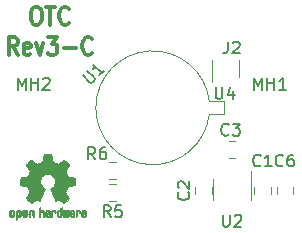
<source format=gbr>
G04 #@! TF.GenerationSoftware,KiCad,Pcbnew,(5.0.0)*
G04 #@! TF.CreationDate,2019-03-02T00:40:37+01:00*
G04 #@! TF.ProjectId,OpenThermalCamera,4F70656E546865726D616C43616D6572,rev?*
G04 #@! TF.SameCoordinates,Original*
G04 #@! TF.FileFunction,Legend,Top*
G04 #@! TF.FilePolarity,Positive*
%FSLAX46Y46*%
G04 Gerber Fmt 4.6, Leading zero omitted, Abs format (unit mm)*
G04 Created by KiCad (PCBNEW (5.0.0)) date 03/02/19 00:40:37*
%MOMM*%
%LPD*%
G01*
G04 APERTURE LIST*
%ADD10C,0.300000*%
%ADD11C,0.120000*%
%ADD12C,0.010000*%
%ADD13C,0.150000*%
G04 APERTURE END LIST*
D10*
X30130952Y-28153571D02*
X30378571Y-28153571D01*
X30502380Y-28225000D01*
X30626190Y-28367857D01*
X30688095Y-28653571D01*
X30688095Y-29153571D01*
X30626190Y-29439285D01*
X30502380Y-29582142D01*
X30378571Y-29653571D01*
X30130952Y-29653571D01*
X30007142Y-29582142D01*
X29883333Y-29439285D01*
X29821428Y-29153571D01*
X29821428Y-28653571D01*
X29883333Y-28367857D01*
X30007142Y-28225000D01*
X30130952Y-28153571D01*
X31059523Y-28153571D02*
X31802380Y-28153571D01*
X31430952Y-29653571D02*
X31430952Y-28153571D01*
X32978571Y-29510714D02*
X32916666Y-29582142D01*
X32730952Y-29653571D01*
X32607142Y-29653571D01*
X32421428Y-29582142D01*
X32297619Y-29439285D01*
X32235714Y-29296428D01*
X32173809Y-29010714D01*
X32173809Y-28796428D01*
X32235714Y-28510714D01*
X32297619Y-28367857D01*
X32421428Y-28225000D01*
X32607142Y-28153571D01*
X32730952Y-28153571D01*
X32916666Y-28225000D01*
X32978571Y-28296428D01*
X28676190Y-32203571D02*
X28242857Y-31489285D01*
X27933333Y-32203571D02*
X27933333Y-30703571D01*
X28428571Y-30703571D01*
X28552380Y-30775000D01*
X28614285Y-30846428D01*
X28676190Y-30989285D01*
X28676190Y-31203571D01*
X28614285Y-31346428D01*
X28552380Y-31417857D01*
X28428571Y-31489285D01*
X27933333Y-31489285D01*
X29728571Y-32132142D02*
X29604761Y-32203571D01*
X29357142Y-32203571D01*
X29233333Y-32132142D01*
X29171428Y-31989285D01*
X29171428Y-31417857D01*
X29233333Y-31275000D01*
X29357142Y-31203571D01*
X29604761Y-31203571D01*
X29728571Y-31275000D01*
X29790476Y-31417857D01*
X29790476Y-31560714D01*
X29171428Y-31703571D01*
X30223809Y-31203571D02*
X30533333Y-32203571D01*
X30842857Y-31203571D01*
X31214285Y-30703571D02*
X32019047Y-30703571D01*
X31585714Y-31275000D01*
X31771428Y-31275000D01*
X31895238Y-31346428D01*
X31957142Y-31417857D01*
X32019047Y-31560714D01*
X32019047Y-31917857D01*
X31957142Y-32060714D01*
X31895238Y-32132142D01*
X31771428Y-32203571D01*
X31400000Y-32203571D01*
X31276190Y-32132142D01*
X31214285Y-32060714D01*
X32576190Y-31632142D02*
X33566666Y-31632142D01*
X34928571Y-32060714D02*
X34866666Y-32132142D01*
X34680952Y-32203571D01*
X34557142Y-32203571D01*
X34371428Y-32132142D01*
X34247619Y-31989285D01*
X34185714Y-31846428D01*
X34123809Y-31560714D01*
X34123809Y-31346428D01*
X34185714Y-31060714D01*
X34247619Y-30917857D01*
X34371428Y-30775000D01*
X34557142Y-30703571D01*
X34680952Y-30703571D01*
X34866666Y-30775000D01*
X34928571Y-30846428D01*
D11*
G04 #@! TO.C,U1*
X44892508Y-36146415D02*
G75*
G03X44892466Y-37246052I-4788559J-549636D01*
G01*
X46152466Y-36146052D02*
X44892466Y-36146051D01*
X46152466Y-37246051D02*
X46152466Y-36146052D01*
X44892466Y-37246052D02*
X46152466Y-37246051D01*
G04 #@! TO.C,C6*
X52010000Y-43961252D02*
X52010000Y-43438748D01*
X50590000Y-43961252D02*
X50590000Y-43438748D01*
G04 #@! TO.C,C3*
X47061252Y-39490000D02*
X46538748Y-39490000D01*
X47061252Y-40910000D02*
X46538748Y-40910000D01*
G04 #@! TO.C,C2*
X45110000Y-43961252D02*
X45110000Y-43438748D01*
X43690000Y-43961252D02*
X43690000Y-43438748D01*
G04 #@! TO.C,C1*
X48690000Y-43961252D02*
X48690000Y-43438748D01*
X50110000Y-43961252D02*
X50110000Y-43438748D01*
G04 #@! TO.C,U2*
X45190000Y-42700000D02*
X45190000Y-44500000D01*
X48410000Y-44500000D02*
X48410000Y-42050000D01*
G04 #@! TO.C,U4*
X45090000Y-32650000D02*
X45090000Y-34550000D01*
X47410000Y-34050000D02*
X47410000Y-32650000D01*
G04 #@! TO.C,R5*
X36438748Y-44610000D02*
X36961252Y-44610000D01*
X36438748Y-43190000D02*
X36961252Y-43190000D01*
G04 #@! TO.C,R6*
X36961252Y-42710000D02*
X36438748Y-42710000D01*
X36961252Y-41290000D02*
X36438748Y-41290000D01*
D12*
G04 #@! TO.C,G1*
G36*
X28799744Y-45319918D02*
X28855201Y-45347568D01*
X28904148Y-45398480D01*
X28917629Y-45417338D01*
X28932314Y-45442015D01*
X28941842Y-45468816D01*
X28947293Y-45504587D01*
X28949747Y-45556169D01*
X28950286Y-45624267D01*
X28947852Y-45717588D01*
X28939394Y-45787657D01*
X28923174Y-45839931D01*
X28897454Y-45879869D01*
X28860497Y-45912929D01*
X28857782Y-45914886D01*
X28821360Y-45934908D01*
X28777502Y-45944815D01*
X28721724Y-45947257D01*
X28631048Y-45947257D01*
X28631010Y-46035283D01*
X28630166Y-46084308D01*
X28625024Y-46113065D01*
X28611587Y-46130311D01*
X28585858Y-46144808D01*
X28579679Y-46147769D01*
X28550764Y-46161648D01*
X28528376Y-46170414D01*
X28511729Y-46171171D01*
X28500036Y-46161023D01*
X28492510Y-46137073D01*
X28488366Y-46096426D01*
X28486815Y-46036186D01*
X28487071Y-45953455D01*
X28488349Y-45845339D01*
X28488748Y-45813000D01*
X28490185Y-45701524D01*
X28491472Y-45628603D01*
X28630971Y-45628603D01*
X28631755Y-45690499D01*
X28635240Y-45730997D01*
X28643124Y-45757708D01*
X28657105Y-45778244D01*
X28666597Y-45788260D01*
X28705404Y-45817567D01*
X28739763Y-45819952D01*
X28775216Y-45795750D01*
X28776114Y-45794857D01*
X28790539Y-45776153D01*
X28799313Y-45750732D01*
X28803739Y-45711584D01*
X28805118Y-45651697D01*
X28805143Y-45638430D01*
X28801812Y-45555901D01*
X28790969Y-45498691D01*
X28771340Y-45463766D01*
X28741650Y-45448094D01*
X28724491Y-45446514D01*
X28683766Y-45453926D01*
X28655832Y-45478330D01*
X28639017Y-45522980D01*
X28631650Y-45591130D01*
X28630971Y-45628603D01*
X28491472Y-45628603D01*
X28491708Y-45615245D01*
X28493677Y-45550333D01*
X28496450Y-45502958D01*
X28500388Y-45469290D01*
X28505849Y-45445498D01*
X28513192Y-45427753D01*
X28522777Y-45412224D01*
X28526887Y-45406381D01*
X28581405Y-45351185D01*
X28650336Y-45319890D01*
X28730072Y-45311165D01*
X28799744Y-45319918D01*
X28799744Y-45319918D01*
G37*
X28799744Y-45319918D02*
X28855201Y-45347568D01*
X28904148Y-45398480D01*
X28917629Y-45417338D01*
X28932314Y-45442015D01*
X28941842Y-45468816D01*
X28947293Y-45504587D01*
X28949747Y-45556169D01*
X28950286Y-45624267D01*
X28947852Y-45717588D01*
X28939394Y-45787657D01*
X28923174Y-45839931D01*
X28897454Y-45879869D01*
X28860497Y-45912929D01*
X28857782Y-45914886D01*
X28821360Y-45934908D01*
X28777502Y-45944815D01*
X28721724Y-45947257D01*
X28631048Y-45947257D01*
X28631010Y-46035283D01*
X28630166Y-46084308D01*
X28625024Y-46113065D01*
X28611587Y-46130311D01*
X28585858Y-46144808D01*
X28579679Y-46147769D01*
X28550764Y-46161648D01*
X28528376Y-46170414D01*
X28511729Y-46171171D01*
X28500036Y-46161023D01*
X28492510Y-46137073D01*
X28488366Y-46096426D01*
X28486815Y-46036186D01*
X28487071Y-45953455D01*
X28488349Y-45845339D01*
X28488748Y-45813000D01*
X28490185Y-45701524D01*
X28491472Y-45628603D01*
X28630971Y-45628603D01*
X28631755Y-45690499D01*
X28635240Y-45730997D01*
X28643124Y-45757708D01*
X28657105Y-45778244D01*
X28666597Y-45788260D01*
X28705404Y-45817567D01*
X28739763Y-45819952D01*
X28775216Y-45795750D01*
X28776114Y-45794857D01*
X28790539Y-45776153D01*
X28799313Y-45750732D01*
X28803739Y-45711584D01*
X28805118Y-45651697D01*
X28805143Y-45638430D01*
X28801812Y-45555901D01*
X28790969Y-45498691D01*
X28771340Y-45463766D01*
X28741650Y-45448094D01*
X28724491Y-45446514D01*
X28683766Y-45453926D01*
X28655832Y-45478330D01*
X28639017Y-45522980D01*
X28631650Y-45591130D01*
X28630971Y-45628603D01*
X28491472Y-45628603D01*
X28491708Y-45615245D01*
X28493677Y-45550333D01*
X28496450Y-45502958D01*
X28500388Y-45469290D01*
X28505849Y-45445498D01*
X28513192Y-45427753D01*
X28522777Y-45412224D01*
X28526887Y-45406381D01*
X28581405Y-45351185D01*
X28650336Y-45319890D01*
X28730072Y-45311165D01*
X28799744Y-45319918D01*
G36*
X29916093Y-45327780D02*
X29962672Y-45354723D01*
X29995057Y-45381466D01*
X30018742Y-45409484D01*
X30035059Y-45443748D01*
X30045339Y-45489227D01*
X30050914Y-45550892D01*
X30053116Y-45633711D01*
X30053371Y-45693246D01*
X30053371Y-45912391D01*
X29991686Y-45940044D01*
X29930000Y-45967697D01*
X29922743Y-45727670D01*
X29919744Y-45638028D01*
X29916598Y-45572962D01*
X29912701Y-45528026D01*
X29907447Y-45498770D01*
X29900231Y-45480748D01*
X29890450Y-45469511D01*
X29887312Y-45467079D01*
X29839761Y-45448083D01*
X29791697Y-45455600D01*
X29763086Y-45475543D01*
X29751447Y-45489675D01*
X29743391Y-45508220D01*
X29738271Y-45536334D01*
X29735441Y-45579173D01*
X29734256Y-45641895D01*
X29734057Y-45707261D01*
X29734018Y-45789268D01*
X29732614Y-45847316D01*
X29727914Y-45886465D01*
X29717987Y-45911780D01*
X29700903Y-45928323D01*
X29674732Y-45941156D01*
X29639775Y-45954491D01*
X29601596Y-45969007D01*
X29606141Y-45711389D01*
X29607971Y-45618519D01*
X29610112Y-45549889D01*
X29613181Y-45500711D01*
X29617794Y-45466198D01*
X29624568Y-45441562D01*
X29634119Y-45422016D01*
X29645634Y-45404770D01*
X29701190Y-45349680D01*
X29768980Y-45317822D01*
X29842713Y-45310191D01*
X29916093Y-45327780D01*
X29916093Y-45327780D01*
G37*
X29916093Y-45327780D02*
X29962672Y-45354723D01*
X29995057Y-45381466D01*
X30018742Y-45409484D01*
X30035059Y-45443748D01*
X30045339Y-45489227D01*
X30050914Y-45550892D01*
X30053116Y-45633711D01*
X30053371Y-45693246D01*
X30053371Y-45912391D01*
X29991686Y-45940044D01*
X29930000Y-45967697D01*
X29922743Y-45727670D01*
X29919744Y-45638028D01*
X29916598Y-45572962D01*
X29912701Y-45528026D01*
X29907447Y-45498770D01*
X29900231Y-45480748D01*
X29890450Y-45469511D01*
X29887312Y-45467079D01*
X29839761Y-45448083D01*
X29791697Y-45455600D01*
X29763086Y-45475543D01*
X29751447Y-45489675D01*
X29743391Y-45508220D01*
X29738271Y-45536334D01*
X29735441Y-45579173D01*
X29734256Y-45641895D01*
X29734057Y-45707261D01*
X29734018Y-45789268D01*
X29732614Y-45847316D01*
X29727914Y-45886465D01*
X29717987Y-45911780D01*
X29700903Y-45928323D01*
X29674732Y-45941156D01*
X29639775Y-45954491D01*
X29601596Y-45969007D01*
X29606141Y-45711389D01*
X29607971Y-45618519D01*
X29610112Y-45549889D01*
X29613181Y-45500711D01*
X29617794Y-45466198D01*
X29624568Y-45441562D01*
X29634119Y-45422016D01*
X29645634Y-45404770D01*
X29701190Y-45349680D01*
X29768980Y-45317822D01*
X29842713Y-45310191D01*
X29916093Y-45327780D01*
G36*
X28241115Y-45321962D02*
X28309145Y-45357733D01*
X28359351Y-45415301D01*
X28377185Y-45452312D01*
X28391063Y-45507882D01*
X28398167Y-45578096D01*
X28398840Y-45654727D01*
X28393427Y-45729552D01*
X28382270Y-45794342D01*
X28365714Y-45840873D01*
X28360626Y-45848887D01*
X28300355Y-45908707D01*
X28228769Y-45944535D01*
X28151092Y-45955020D01*
X28072548Y-45938810D01*
X28050689Y-45929092D01*
X28008122Y-45899143D01*
X27970763Y-45859433D01*
X27967232Y-45854397D01*
X27952881Y-45830124D01*
X27943394Y-45804178D01*
X27937790Y-45770022D01*
X27935086Y-45721119D01*
X27934299Y-45650935D01*
X27934286Y-45635200D01*
X27934322Y-45630192D01*
X28079429Y-45630192D01*
X28080273Y-45696430D01*
X28083596Y-45740386D01*
X28090583Y-45768779D01*
X28102416Y-45788325D01*
X28108457Y-45794857D01*
X28143186Y-45819680D01*
X28176903Y-45818548D01*
X28210995Y-45797016D01*
X28231329Y-45774029D01*
X28243371Y-45740478D01*
X28250134Y-45687569D01*
X28250598Y-45681399D01*
X28251752Y-45585513D01*
X28239688Y-45514299D01*
X28214570Y-45468194D01*
X28176560Y-45447635D01*
X28162992Y-45446514D01*
X28127364Y-45452152D01*
X28102994Y-45471686D01*
X28088093Y-45509042D01*
X28080875Y-45568150D01*
X28079429Y-45630192D01*
X27934322Y-45630192D01*
X27934826Y-45560413D01*
X27937096Y-45508159D01*
X27942068Y-45471949D01*
X27950713Y-45445299D01*
X27964005Y-45421722D01*
X27966943Y-45417338D01*
X28016313Y-45358249D01*
X28070109Y-45323947D01*
X28135602Y-45310331D01*
X28157842Y-45309665D01*
X28241115Y-45321962D01*
X28241115Y-45321962D01*
G37*
X28241115Y-45321962D02*
X28309145Y-45357733D01*
X28359351Y-45415301D01*
X28377185Y-45452312D01*
X28391063Y-45507882D01*
X28398167Y-45578096D01*
X28398840Y-45654727D01*
X28393427Y-45729552D01*
X28382270Y-45794342D01*
X28365714Y-45840873D01*
X28360626Y-45848887D01*
X28300355Y-45908707D01*
X28228769Y-45944535D01*
X28151092Y-45955020D01*
X28072548Y-45938810D01*
X28050689Y-45929092D01*
X28008122Y-45899143D01*
X27970763Y-45859433D01*
X27967232Y-45854397D01*
X27952881Y-45830124D01*
X27943394Y-45804178D01*
X27937790Y-45770022D01*
X27935086Y-45721119D01*
X27934299Y-45650935D01*
X27934286Y-45635200D01*
X27934322Y-45630192D01*
X28079429Y-45630192D01*
X28080273Y-45696430D01*
X28083596Y-45740386D01*
X28090583Y-45768779D01*
X28102416Y-45788325D01*
X28108457Y-45794857D01*
X28143186Y-45819680D01*
X28176903Y-45818548D01*
X28210995Y-45797016D01*
X28231329Y-45774029D01*
X28243371Y-45740478D01*
X28250134Y-45687569D01*
X28250598Y-45681399D01*
X28251752Y-45585513D01*
X28239688Y-45514299D01*
X28214570Y-45468194D01*
X28176560Y-45447635D01*
X28162992Y-45446514D01*
X28127364Y-45452152D01*
X28102994Y-45471686D01*
X28088093Y-45509042D01*
X28080875Y-45568150D01*
X28079429Y-45630192D01*
X27934322Y-45630192D01*
X27934826Y-45560413D01*
X27937096Y-45508159D01*
X27942068Y-45471949D01*
X27950713Y-45445299D01*
X27964005Y-45421722D01*
X27966943Y-45417338D01*
X28016313Y-45358249D01*
X28070109Y-45323947D01*
X28135602Y-45310331D01*
X28157842Y-45309665D01*
X28241115Y-45321962D01*
G36*
X29368303Y-45331239D02*
X29425527Y-45369735D01*
X29469749Y-45425335D01*
X29496167Y-45496086D01*
X29501510Y-45548162D01*
X29500903Y-45569893D01*
X29495822Y-45586531D01*
X29481855Y-45601437D01*
X29454589Y-45617973D01*
X29409612Y-45639498D01*
X29342511Y-45669374D01*
X29342171Y-45669524D01*
X29280407Y-45697813D01*
X29229759Y-45722933D01*
X29195404Y-45742179D01*
X29182518Y-45752848D01*
X29182514Y-45752934D01*
X29193872Y-45776166D01*
X29220431Y-45801774D01*
X29250923Y-45820221D01*
X29266370Y-45823886D01*
X29308515Y-45811212D01*
X29344808Y-45779471D01*
X29362517Y-45744572D01*
X29379552Y-45718845D01*
X29412922Y-45689546D01*
X29452149Y-45664235D01*
X29486756Y-45650471D01*
X29493993Y-45649714D01*
X29502139Y-45662160D01*
X29502630Y-45693972D01*
X29496643Y-45736866D01*
X29485357Y-45782558D01*
X29469950Y-45822761D01*
X29469171Y-45824322D01*
X29422804Y-45889062D01*
X29362711Y-45933097D01*
X29294465Y-45954711D01*
X29223638Y-45952185D01*
X29155804Y-45923804D01*
X29152788Y-45921808D01*
X29099427Y-45873448D01*
X29064340Y-45810352D01*
X29044922Y-45727387D01*
X29042316Y-45704078D01*
X29037701Y-45594055D01*
X29043233Y-45542748D01*
X29182514Y-45542748D01*
X29184324Y-45574753D01*
X29194222Y-45584093D01*
X29218898Y-45577105D01*
X29257795Y-45560587D01*
X29301275Y-45539881D01*
X29302356Y-45539333D01*
X29339209Y-45519949D01*
X29354000Y-45507013D01*
X29350353Y-45493451D01*
X29334995Y-45475632D01*
X29295923Y-45449845D01*
X29253846Y-45447950D01*
X29216103Y-45466717D01*
X29190034Y-45502915D01*
X29182514Y-45542748D01*
X29043233Y-45542748D01*
X29047194Y-45506027D01*
X29071550Y-45436212D01*
X29105456Y-45387302D01*
X29166653Y-45337878D01*
X29234063Y-45313359D01*
X29302880Y-45311797D01*
X29368303Y-45331239D01*
X29368303Y-45331239D01*
G37*
X29368303Y-45331239D02*
X29425527Y-45369735D01*
X29469749Y-45425335D01*
X29496167Y-45496086D01*
X29501510Y-45548162D01*
X29500903Y-45569893D01*
X29495822Y-45586531D01*
X29481855Y-45601437D01*
X29454589Y-45617973D01*
X29409612Y-45639498D01*
X29342511Y-45669374D01*
X29342171Y-45669524D01*
X29280407Y-45697813D01*
X29229759Y-45722933D01*
X29195404Y-45742179D01*
X29182518Y-45752848D01*
X29182514Y-45752934D01*
X29193872Y-45776166D01*
X29220431Y-45801774D01*
X29250923Y-45820221D01*
X29266370Y-45823886D01*
X29308515Y-45811212D01*
X29344808Y-45779471D01*
X29362517Y-45744572D01*
X29379552Y-45718845D01*
X29412922Y-45689546D01*
X29452149Y-45664235D01*
X29486756Y-45650471D01*
X29493993Y-45649714D01*
X29502139Y-45662160D01*
X29502630Y-45693972D01*
X29496643Y-45736866D01*
X29485357Y-45782558D01*
X29469950Y-45822761D01*
X29469171Y-45824322D01*
X29422804Y-45889062D01*
X29362711Y-45933097D01*
X29294465Y-45954711D01*
X29223638Y-45952185D01*
X29155804Y-45923804D01*
X29152788Y-45921808D01*
X29099427Y-45873448D01*
X29064340Y-45810352D01*
X29044922Y-45727387D01*
X29042316Y-45704078D01*
X29037701Y-45594055D01*
X29043233Y-45542748D01*
X29182514Y-45542748D01*
X29184324Y-45574753D01*
X29194222Y-45584093D01*
X29218898Y-45577105D01*
X29257795Y-45560587D01*
X29301275Y-45539881D01*
X29302356Y-45539333D01*
X29339209Y-45519949D01*
X29354000Y-45507013D01*
X29350353Y-45493451D01*
X29334995Y-45475632D01*
X29295923Y-45449845D01*
X29253846Y-45447950D01*
X29216103Y-45466717D01*
X29190034Y-45502915D01*
X29182514Y-45542748D01*
X29043233Y-45542748D01*
X29047194Y-45506027D01*
X29071550Y-45436212D01*
X29105456Y-45387302D01*
X29166653Y-45337878D01*
X29234063Y-45313359D01*
X29302880Y-45311797D01*
X29368303Y-45331239D01*
G36*
X30575886Y-45251289D02*
X30580139Y-45310613D01*
X30585025Y-45345572D01*
X30591795Y-45360820D01*
X30601702Y-45361015D01*
X30604914Y-45359195D01*
X30647644Y-45346015D01*
X30703227Y-45346785D01*
X30759737Y-45360333D01*
X30795082Y-45377861D01*
X30831321Y-45405861D01*
X30857813Y-45437549D01*
X30875999Y-45477813D01*
X30887322Y-45531543D01*
X30893222Y-45603626D01*
X30895143Y-45698951D01*
X30895177Y-45717237D01*
X30895200Y-45922646D01*
X30849491Y-45938580D01*
X30817027Y-45949420D01*
X30799215Y-45954468D01*
X30798691Y-45954514D01*
X30796937Y-45940828D01*
X30795444Y-45903076D01*
X30794326Y-45846224D01*
X30793697Y-45775234D01*
X30793600Y-45732073D01*
X30793398Y-45646973D01*
X30792358Y-45585981D01*
X30789831Y-45544177D01*
X30785164Y-45516642D01*
X30777707Y-45498456D01*
X30766811Y-45484698D01*
X30760007Y-45478073D01*
X30713272Y-45451375D01*
X30662272Y-45449375D01*
X30616001Y-45471955D01*
X30607444Y-45480107D01*
X30594893Y-45495436D01*
X30586188Y-45513618D01*
X30580631Y-45539909D01*
X30577526Y-45579562D01*
X30576176Y-45637832D01*
X30575886Y-45718173D01*
X30575886Y-45922646D01*
X30530177Y-45938580D01*
X30497713Y-45949420D01*
X30479901Y-45954468D01*
X30479377Y-45954514D01*
X30478037Y-45940623D01*
X30476828Y-45901439D01*
X30475801Y-45840700D01*
X30475002Y-45762141D01*
X30474481Y-45669498D01*
X30474286Y-45566509D01*
X30474286Y-45169342D01*
X30521457Y-45149444D01*
X30568629Y-45129547D01*
X30575886Y-45251289D01*
X30575886Y-45251289D01*
G37*
X30575886Y-45251289D02*
X30580139Y-45310613D01*
X30585025Y-45345572D01*
X30591795Y-45360820D01*
X30601702Y-45361015D01*
X30604914Y-45359195D01*
X30647644Y-45346015D01*
X30703227Y-45346785D01*
X30759737Y-45360333D01*
X30795082Y-45377861D01*
X30831321Y-45405861D01*
X30857813Y-45437549D01*
X30875999Y-45477813D01*
X30887322Y-45531543D01*
X30893222Y-45603626D01*
X30895143Y-45698951D01*
X30895177Y-45717237D01*
X30895200Y-45922646D01*
X30849491Y-45938580D01*
X30817027Y-45949420D01*
X30799215Y-45954468D01*
X30798691Y-45954514D01*
X30796937Y-45940828D01*
X30795444Y-45903076D01*
X30794326Y-45846224D01*
X30793697Y-45775234D01*
X30793600Y-45732073D01*
X30793398Y-45646973D01*
X30792358Y-45585981D01*
X30789831Y-45544177D01*
X30785164Y-45516642D01*
X30777707Y-45498456D01*
X30766811Y-45484698D01*
X30760007Y-45478073D01*
X30713272Y-45451375D01*
X30662272Y-45449375D01*
X30616001Y-45471955D01*
X30607444Y-45480107D01*
X30594893Y-45495436D01*
X30586188Y-45513618D01*
X30580631Y-45539909D01*
X30577526Y-45579562D01*
X30576176Y-45637832D01*
X30575886Y-45718173D01*
X30575886Y-45922646D01*
X30530177Y-45938580D01*
X30497713Y-45949420D01*
X30479901Y-45954468D01*
X30479377Y-45954514D01*
X30478037Y-45940623D01*
X30476828Y-45901439D01*
X30475801Y-45840700D01*
X30475002Y-45762141D01*
X30474481Y-45669498D01*
X30474286Y-45566509D01*
X30474286Y-45169342D01*
X30521457Y-45149444D01*
X30568629Y-45129547D01*
X30575886Y-45251289D01*
G36*
X31239744Y-45350968D02*
X31296616Y-45372087D01*
X31297267Y-45372493D01*
X31332440Y-45398380D01*
X31358407Y-45428633D01*
X31376670Y-45468058D01*
X31388732Y-45521462D01*
X31396096Y-45593651D01*
X31400264Y-45689432D01*
X31400629Y-45703078D01*
X31405876Y-45908842D01*
X31361716Y-45931678D01*
X31329763Y-45947110D01*
X31310470Y-45954423D01*
X31309578Y-45954514D01*
X31306239Y-45941022D01*
X31303587Y-45904626D01*
X31301956Y-45851452D01*
X31301600Y-45808393D01*
X31301592Y-45738641D01*
X31298403Y-45694837D01*
X31287288Y-45673944D01*
X31263501Y-45672925D01*
X31222296Y-45688741D01*
X31160086Y-45717815D01*
X31114341Y-45741963D01*
X31090813Y-45762913D01*
X31083896Y-45785747D01*
X31083886Y-45786877D01*
X31095299Y-45826212D01*
X31129092Y-45847462D01*
X31180809Y-45850539D01*
X31218061Y-45850006D01*
X31237703Y-45860735D01*
X31249952Y-45886505D01*
X31257002Y-45919337D01*
X31246842Y-45937966D01*
X31243017Y-45940632D01*
X31207001Y-45951340D01*
X31156566Y-45952856D01*
X31104626Y-45945759D01*
X31067822Y-45932788D01*
X31016938Y-45889585D01*
X30988014Y-45829446D01*
X30982286Y-45782462D01*
X30986657Y-45740082D01*
X31002475Y-45705488D01*
X31033797Y-45674763D01*
X31084678Y-45643990D01*
X31159176Y-45609252D01*
X31163714Y-45607288D01*
X31230821Y-45576287D01*
X31272232Y-45550862D01*
X31289981Y-45528014D01*
X31286107Y-45504745D01*
X31262643Y-45478056D01*
X31255627Y-45471914D01*
X31208630Y-45448100D01*
X31159933Y-45449103D01*
X31117522Y-45472451D01*
X31089384Y-45515675D01*
X31086769Y-45524160D01*
X31061308Y-45565308D01*
X31029001Y-45585128D01*
X30982286Y-45604770D01*
X30982286Y-45553950D01*
X30996496Y-45480082D01*
X31038675Y-45412327D01*
X31060624Y-45389661D01*
X31110517Y-45360569D01*
X31173967Y-45347400D01*
X31239744Y-45350968D01*
X31239744Y-45350968D01*
G37*
X31239744Y-45350968D02*
X31296616Y-45372087D01*
X31297267Y-45372493D01*
X31332440Y-45398380D01*
X31358407Y-45428633D01*
X31376670Y-45468058D01*
X31388732Y-45521462D01*
X31396096Y-45593651D01*
X31400264Y-45689432D01*
X31400629Y-45703078D01*
X31405876Y-45908842D01*
X31361716Y-45931678D01*
X31329763Y-45947110D01*
X31310470Y-45954423D01*
X31309578Y-45954514D01*
X31306239Y-45941022D01*
X31303587Y-45904626D01*
X31301956Y-45851452D01*
X31301600Y-45808393D01*
X31301592Y-45738641D01*
X31298403Y-45694837D01*
X31287288Y-45673944D01*
X31263501Y-45672925D01*
X31222296Y-45688741D01*
X31160086Y-45717815D01*
X31114341Y-45741963D01*
X31090813Y-45762913D01*
X31083896Y-45785747D01*
X31083886Y-45786877D01*
X31095299Y-45826212D01*
X31129092Y-45847462D01*
X31180809Y-45850539D01*
X31218061Y-45850006D01*
X31237703Y-45860735D01*
X31249952Y-45886505D01*
X31257002Y-45919337D01*
X31246842Y-45937966D01*
X31243017Y-45940632D01*
X31207001Y-45951340D01*
X31156566Y-45952856D01*
X31104626Y-45945759D01*
X31067822Y-45932788D01*
X31016938Y-45889585D01*
X30988014Y-45829446D01*
X30982286Y-45782462D01*
X30986657Y-45740082D01*
X31002475Y-45705488D01*
X31033797Y-45674763D01*
X31084678Y-45643990D01*
X31159176Y-45609252D01*
X31163714Y-45607288D01*
X31230821Y-45576287D01*
X31272232Y-45550862D01*
X31289981Y-45528014D01*
X31286107Y-45504745D01*
X31262643Y-45478056D01*
X31255627Y-45471914D01*
X31208630Y-45448100D01*
X31159933Y-45449103D01*
X31117522Y-45472451D01*
X31089384Y-45515675D01*
X31086769Y-45524160D01*
X31061308Y-45565308D01*
X31029001Y-45585128D01*
X30982286Y-45604770D01*
X30982286Y-45553950D01*
X30996496Y-45480082D01*
X31038675Y-45412327D01*
X31060624Y-45389661D01*
X31110517Y-45360569D01*
X31173967Y-45347400D01*
X31239744Y-45350968D01*
G36*
X31729926Y-45349755D02*
X31795858Y-45374084D01*
X31849273Y-45417117D01*
X31870164Y-45447409D01*
X31892939Y-45502994D01*
X31892466Y-45543186D01*
X31868562Y-45570217D01*
X31859717Y-45574813D01*
X31821530Y-45589144D01*
X31802028Y-45585472D01*
X31795422Y-45561407D01*
X31795086Y-45548114D01*
X31782992Y-45499210D01*
X31751471Y-45464999D01*
X31707659Y-45448476D01*
X31658695Y-45452634D01*
X31618894Y-45474227D01*
X31605450Y-45486544D01*
X31595921Y-45501487D01*
X31589485Y-45524075D01*
X31585317Y-45559328D01*
X31582597Y-45612266D01*
X31580502Y-45687907D01*
X31579960Y-45711857D01*
X31577981Y-45793790D01*
X31575731Y-45851455D01*
X31572357Y-45889608D01*
X31567006Y-45913004D01*
X31558824Y-45926398D01*
X31546959Y-45934545D01*
X31539362Y-45938144D01*
X31507102Y-45950452D01*
X31488111Y-45954514D01*
X31481836Y-45940948D01*
X31478006Y-45899934D01*
X31476600Y-45830999D01*
X31477598Y-45733669D01*
X31477908Y-45718657D01*
X31480101Y-45629859D01*
X31482693Y-45565019D01*
X31486382Y-45519067D01*
X31491864Y-45486935D01*
X31499835Y-45463553D01*
X31510993Y-45443852D01*
X31516830Y-45435410D01*
X31550296Y-45398057D01*
X31587727Y-45369003D01*
X31592309Y-45366467D01*
X31659426Y-45346443D01*
X31729926Y-45349755D01*
X31729926Y-45349755D01*
G37*
X31729926Y-45349755D02*
X31795858Y-45374084D01*
X31849273Y-45417117D01*
X31870164Y-45447409D01*
X31892939Y-45502994D01*
X31892466Y-45543186D01*
X31868562Y-45570217D01*
X31859717Y-45574813D01*
X31821530Y-45589144D01*
X31802028Y-45585472D01*
X31795422Y-45561407D01*
X31795086Y-45548114D01*
X31782992Y-45499210D01*
X31751471Y-45464999D01*
X31707659Y-45448476D01*
X31658695Y-45452634D01*
X31618894Y-45474227D01*
X31605450Y-45486544D01*
X31595921Y-45501487D01*
X31589485Y-45524075D01*
X31585317Y-45559328D01*
X31582597Y-45612266D01*
X31580502Y-45687907D01*
X31579960Y-45711857D01*
X31577981Y-45793790D01*
X31575731Y-45851455D01*
X31572357Y-45889608D01*
X31567006Y-45913004D01*
X31558824Y-45926398D01*
X31546959Y-45934545D01*
X31539362Y-45938144D01*
X31507102Y-45950452D01*
X31488111Y-45954514D01*
X31481836Y-45940948D01*
X31478006Y-45899934D01*
X31476600Y-45830999D01*
X31477598Y-45733669D01*
X31477908Y-45718657D01*
X31480101Y-45629859D01*
X31482693Y-45565019D01*
X31486382Y-45519067D01*
X31491864Y-45486935D01*
X31499835Y-45463553D01*
X31510993Y-45443852D01*
X31516830Y-45435410D01*
X31550296Y-45398057D01*
X31587727Y-45369003D01*
X31592309Y-45366467D01*
X31659426Y-45346443D01*
X31729926Y-45349755D01*
G36*
X32390117Y-45465358D02*
X32389933Y-45573837D01*
X32389219Y-45657287D01*
X32387675Y-45719704D01*
X32385001Y-45765085D01*
X32380894Y-45797429D01*
X32375055Y-45820733D01*
X32367182Y-45838995D01*
X32361221Y-45849418D01*
X32311855Y-45905945D01*
X32249264Y-45941377D01*
X32180013Y-45954090D01*
X32110668Y-45942463D01*
X32069375Y-45921568D01*
X32026025Y-45885422D01*
X31996481Y-45841276D01*
X31978655Y-45783462D01*
X31970463Y-45706313D01*
X31969302Y-45649714D01*
X31969458Y-45645647D01*
X32070857Y-45645647D01*
X32071476Y-45710550D01*
X32074314Y-45753514D01*
X32080840Y-45781622D01*
X32092523Y-45801953D01*
X32106483Y-45817288D01*
X32153365Y-45846890D01*
X32203701Y-45849419D01*
X32251276Y-45824705D01*
X32254979Y-45821356D01*
X32270783Y-45803935D01*
X32280693Y-45783209D01*
X32286058Y-45752362D01*
X32288228Y-45704577D01*
X32288571Y-45651748D01*
X32287827Y-45585381D01*
X32284748Y-45541106D01*
X32278061Y-45512009D01*
X32266496Y-45491173D01*
X32257013Y-45480107D01*
X32212960Y-45452198D01*
X32162224Y-45448843D01*
X32113796Y-45470159D01*
X32104450Y-45478073D01*
X32088540Y-45495647D01*
X32078610Y-45516587D01*
X32073278Y-45547782D01*
X32071163Y-45596122D01*
X32070857Y-45645647D01*
X31969458Y-45645647D01*
X31972810Y-45558568D01*
X31984726Y-45490086D01*
X32007135Y-45438600D01*
X32042124Y-45398443D01*
X32069375Y-45377861D01*
X32118907Y-45355625D01*
X32176316Y-45345304D01*
X32229682Y-45348067D01*
X32259543Y-45359212D01*
X32271261Y-45362383D01*
X32279037Y-45350557D01*
X32284465Y-45318866D01*
X32288571Y-45270593D01*
X32293067Y-45216829D01*
X32299313Y-45184482D01*
X32310676Y-45165985D01*
X32330528Y-45153770D01*
X32343000Y-45148362D01*
X32390171Y-45128601D01*
X32390117Y-45465358D01*
X32390117Y-45465358D01*
G37*
X32390117Y-45465358D02*
X32389933Y-45573837D01*
X32389219Y-45657287D01*
X32387675Y-45719704D01*
X32385001Y-45765085D01*
X32380894Y-45797429D01*
X32375055Y-45820733D01*
X32367182Y-45838995D01*
X32361221Y-45849418D01*
X32311855Y-45905945D01*
X32249264Y-45941377D01*
X32180013Y-45954090D01*
X32110668Y-45942463D01*
X32069375Y-45921568D01*
X32026025Y-45885422D01*
X31996481Y-45841276D01*
X31978655Y-45783462D01*
X31970463Y-45706313D01*
X31969302Y-45649714D01*
X31969458Y-45645647D01*
X32070857Y-45645647D01*
X32071476Y-45710550D01*
X32074314Y-45753514D01*
X32080840Y-45781622D01*
X32092523Y-45801953D01*
X32106483Y-45817288D01*
X32153365Y-45846890D01*
X32203701Y-45849419D01*
X32251276Y-45824705D01*
X32254979Y-45821356D01*
X32270783Y-45803935D01*
X32280693Y-45783209D01*
X32286058Y-45752362D01*
X32288228Y-45704577D01*
X32288571Y-45651748D01*
X32287827Y-45585381D01*
X32284748Y-45541106D01*
X32278061Y-45512009D01*
X32266496Y-45491173D01*
X32257013Y-45480107D01*
X32212960Y-45452198D01*
X32162224Y-45448843D01*
X32113796Y-45470159D01*
X32104450Y-45478073D01*
X32088540Y-45495647D01*
X32078610Y-45516587D01*
X32073278Y-45547782D01*
X32071163Y-45596122D01*
X32070857Y-45645647D01*
X31969458Y-45645647D01*
X31972810Y-45558568D01*
X31984726Y-45490086D01*
X32007135Y-45438600D01*
X32042124Y-45398443D01*
X32069375Y-45377861D01*
X32118907Y-45355625D01*
X32176316Y-45345304D01*
X32229682Y-45348067D01*
X32259543Y-45359212D01*
X32271261Y-45362383D01*
X32279037Y-45350557D01*
X32284465Y-45318866D01*
X32288571Y-45270593D01*
X32293067Y-45216829D01*
X32299313Y-45184482D01*
X32310676Y-45165985D01*
X32330528Y-45153770D01*
X32343000Y-45148362D01*
X32390171Y-45128601D01*
X32390117Y-45465358D01*
G36*
X32979833Y-45358663D02*
X32982048Y-45396850D01*
X32983784Y-45454886D01*
X32984899Y-45528180D01*
X32985257Y-45605055D01*
X32985257Y-45865196D01*
X32939326Y-45911127D01*
X32907675Y-45939429D01*
X32879890Y-45950893D01*
X32841915Y-45950168D01*
X32826840Y-45948321D01*
X32779726Y-45942948D01*
X32740756Y-45939869D01*
X32731257Y-45939585D01*
X32699233Y-45941445D01*
X32653432Y-45946114D01*
X32635674Y-45948321D01*
X32592057Y-45951735D01*
X32562745Y-45944320D01*
X32533680Y-45921427D01*
X32523188Y-45911127D01*
X32477257Y-45865196D01*
X32477257Y-45378602D01*
X32514226Y-45361758D01*
X32546059Y-45349282D01*
X32564683Y-45344914D01*
X32569458Y-45358718D01*
X32573921Y-45397286D01*
X32577775Y-45456356D01*
X32580722Y-45531663D01*
X32582143Y-45595286D01*
X32586114Y-45845657D01*
X32620759Y-45850556D01*
X32652268Y-45847131D01*
X32667708Y-45836041D01*
X32672023Y-45815308D01*
X32675708Y-45771145D01*
X32678469Y-45709146D01*
X32680012Y-45634909D01*
X32680235Y-45596706D01*
X32680457Y-45376783D01*
X32726166Y-45360849D01*
X32758518Y-45350015D01*
X32776115Y-45344962D01*
X32776623Y-45344914D01*
X32778388Y-45358648D01*
X32780329Y-45396730D01*
X32782282Y-45454482D01*
X32784084Y-45527227D01*
X32785343Y-45595286D01*
X32789314Y-45845657D01*
X32876400Y-45845657D01*
X32880396Y-45617240D01*
X32884392Y-45388822D01*
X32926847Y-45366868D01*
X32958192Y-45351793D01*
X32976744Y-45344951D01*
X32977279Y-45344914D01*
X32979833Y-45358663D01*
X32979833Y-45358663D01*
G37*
X32979833Y-45358663D02*
X32982048Y-45396850D01*
X32983784Y-45454886D01*
X32984899Y-45528180D01*
X32985257Y-45605055D01*
X32985257Y-45865196D01*
X32939326Y-45911127D01*
X32907675Y-45939429D01*
X32879890Y-45950893D01*
X32841915Y-45950168D01*
X32826840Y-45948321D01*
X32779726Y-45942948D01*
X32740756Y-45939869D01*
X32731257Y-45939585D01*
X32699233Y-45941445D01*
X32653432Y-45946114D01*
X32635674Y-45948321D01*
X32592057Y-45951735D01*
X32562745Y-45944320D01*
X32533680Y-45921427D01*
X32523188Y-45911127D01*
X32477257Y-45865196D01*
X32477257Y-45378602D01*
X32514226Y-45361758D01*
X32546059Y-45349282D01*
X32564683Y-45344914D01*
X32569458Y-45358718D01*
X32573921Y-45397286D01*
X32577775Y-45456356D01*
X32580722Y-45531663D01*
X32582143Y-45595286D01*
X32586114Y-45845657D01*
X32620759Y-45850556D01*
X32652268Y-45847131D01*
X32667708Y-45836041D01*
X32672023Y-45815308D01*
X32675708Y-45771145D01*
X32678469Y-45709146D01*
X32680012Y-45634909D01*
X32680235Y-45596706D01*
X32680457Y-45376783D01*
X32726166Y-45360849D01*
X32758518Y-45350015D01*
X32776115Y-45344962D01*
X32776623Y-45344914D01*
X32778388Y-45358648D01*
X32780329Y-45396730D01*
X32782282Y-45454482D01*
X32784084Y-45527227D01*
X32785343Y-45595286D01*
X32789314Y-45845657D01*
X32876400Y-45845657D01*
X32880396Y-45617240D01*
X32884392Y-45388822D01*
X32926847Y-45366868D01*
X32958192Y-45351793D01*
X32976744Y-45344951D01*
X32977279Y-45344914D01*
X32979833Y-45358663D01*
G36*
X33344876Y-45356335D02*
X33386667Y-45375344D01*
X33419469Y-45398378D01*
X33443503Y-45424133D01*
X33460097Y-45457358D01*
X33470577Y-45502800D01*
X33476271Y-45565207D01*
X33478507Y-45649327D01*
X33478743Y-45704721D01*
X33478743Y-45920826D01*
X33441774Y-45937670D01*
X33412656Y-45949981D01*
X33398231Y-45954514D01*
X33395472Y-45941025D01*
X33393282Y-45904653D01*
X33391942Y-45851542D01*
X33391657Y-45809372D01*
X33390434Y-45748447D01*
X33387136Y-45700115D01*
X33382321Y-45670518D01*
X33378496Y-45664229D01*
X33352783Y-45670652D01*
X33312418Y-45687125D01*
X33265679Y-45709458D01*
X33220845Y-45733457D01*
X33186193Y-45754930D01*
X33170002Y-45769685D01*
X33169938Y-45769845D01*
X33171330Y-45797152D01*
X33183818Y-45823219D01*
X33205743Y-45844392D01*
X33237743Y-45851474D01*
X33265092Y-45850649D01*
X33303826Y-45850042D01*
X33324158Y-45859116D01*
X33336369Y-45883092D01*
X33337909Y-45887613D01*
X33343203Y-45921806D01*
X33329047Y-45942568D01*
X33292148Y-45952462D01*
X33252289Y-45954292D01*
X33180562Y-45940727D01*
X33143432Y-45921355D01*
X33097576Y-45875845D01*
X33073256Y-45819983D01*
X33071073Y-45760957D01*
X33091629Y-45705953D01*
X33122549Y-45671486D01*
X33153420Y-45652189D01*
X33201942Y-45627759D01*
X33258485Y-45602985D01*
X33267910Y-45599199D01*
X33330019Y-45571791D01*
X33365822Y-45547634D01*
X33377337Y-45523619D01*
X33366580Y-45496635D01*
X33348114Y-45475543D01*
X33304469Y-45449572D01*
X33256446Y-45447624D01*
X33212406Y-45467637D01*
X33180709Y-45507551D01*
X33176549Y-45517848D01*
X33152327Y-45555724D01*
X33116965Y-45583842D01*
X33072343Y-45606917D01*
X33072343Y-45541485D01*
X33074969Y-45501506D01*
X33086230Y-45469997D01*
X33111199Y-45436378D01*
X33135169Y-45410484D01*
X33172441Y-45373817D01*
X33201401Y-45354121D01*
X33232505Y-45346220D01*
X33267713Y-45344914D01*
X33344876Y-45356335D01*
X33344876Y-45356335D01*
G37*
X33344876Y-45356335D02*
X33386667Y-45375344D01*
X33419469Y-45398378D01*
X33443503Y-45424133D01*
X33460097Y-45457358D01*
X33470577Y-45502800D01*
X33476271Y-45565207D01*
X33478507Y-45649327D01*
X33478743Y-45704721D01*
X33478743Y-45920826D01*
X33441774Y-45937670D01*
X33412656Y-45949981D01*
X33398231Y-45954514D01*
X33395472Y-45941025D01*
X33393282Y-45904653D01*
X33391942Y-45851542D01*
X33391657Y-45809372D01*
X33390434Y-45748447D01*
X33387136Y-45700115D01*
X33382321Y-45670518D01*
X33378496Y-45664229D01*
X33352783Y-45670652D01*
X33312418Y-45687125D01*
X33265679Y-45709458D01*
X33220845Y-45733457D01*
X33186193Y-45754930D01*
X33170002Y-45769685D01*
X33169938Y-45769845D01*
X33171330Y-45797152D01*
X33183818Y-45823219D01*
X33205743Y-45844392D01*
X33237743Y-45851474D01*
X33265092Y-45850649D01*
X33303826Y-45850042D01*
X33324158Y-45859116D01*
X33336369Y-45883092D01*
X33337909Y-45887613D01*
X33343203Y-45921806D01*
X33329047Y-45942568D01*
X33292148Y-45952462D01*
X33252289Y-45954292D01*
X33180562Y-45940727D01*
X33143432Y-45921355D01*
X33097576Y-45875845D01*
X33073256Y-45819983D01*
X33071073Y-45760957D01*
X33091629Y-45705953D01*
X33122549Y-45671486D01*
X33153420Y-45652189D01*
X33201942Y-45627759D01*
X33258485Y-45602985D01*
X33267910Y-45599199D01*
X33330019Y-45571791D01*
X33365822Y-45547634D01*
X33377337Y-45523619D01*
X33366580Y-45496635D01*
X33348114Y-45475543D01*
X33304469Y-45449572D01*
X33256446Y-45447624D01*
X33212406Y-45467637D01*
X33180709Y-45507551D01*
X33176549Y-45517848D01*
X33152327Y-45555724D01*
X33116965Y-45583842D01*
X33072343Y-45606917D01*
X33072343Y-45541485D01*
X33074969Y-45501506D01*
X33086230Y-45469997D01*
X33111199Y-45436378D01*
X33135169Y-45410484D01*
X33172441Y-45373817D01*
X33201401Y-45354121D01*
X33232505Y-45346220D01*
X33267713Y-45344914D01*
X33344876Y-45356335D01*
G36*
X33852600Y-45358752D02*
X33869948Y-45366334D01*
X33911356Y-45399128D01*
X33946765Y-45446547D01*
X33968664Y-45497151D01*
X33972229Y-45522098D01*
X33960279Y-45556927D01*
X33934067Y-45575357D01*
X33905964Y-45586516D01*
X33893095Y-45588572D01*
X33886829Y-45573649D01*
X33874456Y-45541175D01*
X33869028Y-45526502D01*
X33838590Y-45475744D01*
X33794520Y-45450427D01*
X33738010Y-45451206D01*
X33733825Y-45452203D01*
X33703655Y-45466507D01*
X33681476Y-45494393D01*
X33666327Y-45539287D01*
X33657250Y-45604615D01*
X33653286Y-45693804D01*
X33652914Y-45741261D01*
X33652730Y-45816071D01*
X33651522Y-45867069D01*
X33648309Y-45899471D01*
X33642109Y-45918495D01*
X33631940Y-45929356D01*
X33616819Y-45937272D01*
X33615946Y-45937670D01*
X33586828Y-45949981D01*
X33572403Y-45954514D01*
X33570186Y-45940809D01*
X33568289Y-45902925D01*
X33566847Y-45845715D01*
X33565998Y-45774027D01*
X33565829Y-45721565D01*
X33566692Y-45620047D01*
X33570070Y-45543032D01*
X33577142Y-45486023D01*
X33589088Y-45444526D01*
X33607090Y-45414043D01*
X33632327Y-45390080D01*
X33657247Y-45373355D01*
X33717171Y-45351097D01*
X33786911Y-45346076D01*
X33852600Y-45358752D01*
X33852600Y-45358752D01*
G37*
X33852600Y-45358752D02*
X33869948Y-45366334D01*
X33911356Y-45399128D01*
X33946765Y-45446547D01*
X33968664Y-45497151D01*
X33972229Y-45522098D01*
X33960279Y-45556927D01*
X33934067Y-45575357D01*
X33905964Y-45586516D01*
X33893095Y-45588572D01*
X33886829Y-45573649D01*
X33874456Y-45541175D01*
X33869028Y-45526502D01*
X33838590Y-45475744D01*
X33794520Y-45450427D01*
X33738010Y-45451206D01*
X33733825Y-45452203D01*
X33703655Y-45466507D01*
X33681476Y-45494393D01*
X33666327Y-45539287D01*
X33657250Y-45604615D01*
X33653286Y-45693804D01*
X33652914Y-45741261D01*
X33652730Y-45816071D01*
X33651522Y-45867069D01*
X33648309Y-45899471D01*
X33642109Y-45918495D01*
X33631940Y-45929356D01*
X33616819Y-45937272D01*
X33615946Y-45937670D01*
X33586828Y-45949981D01*
X33572403Y-45954514D01*
X33570186Y-45940809D01*
X33568289Y-45902925D01*
X33566847Y-45845715D01*
X33565998Y-45774027D01*
X33565829Y-45721565D01*
X33566692Y-45620047D01*
X33570070Y-45543032D01*
X33577142Y-45486023D01*
X33589088Y-45444526D01*
X33607090Y-45414043D01*
X33632327Y-45390080D01*
X33657247Y-45373355D01*
X33717171Y-45351097D01*
X33786911Y-45346076D01*
X33852600Y-45358752D01*
G36*
X34353595Y-45366966D02*
X34411021Y-45404497D01*
X34438719Y-45438096D01*
X34460662Y-45499064D01*
X34462405Y-45547308D01*
X34458457Y-45611816D01*
X34309686Y-45676934D01*
X34237349Y-45710202D01*
X34190084Y-45736964D01*
X34165507Y-45760144D01*
X34161237Y-45782667D01*
X34174889Y-45807455D01*
X34189943Y-45823886D01*
X34233746Y-45850235D01*
X34281389Y-45852081D01*
X34325145Y-45831546D01*
X34357289Y-45790752D01*
X34363038Y-45776347D01*
X34390576Y-45731356D01*
X34422258Y-45712182D01*
X34465714Y-45695779D01*
X34465714Y-45757966D01*
X34461872Y-45800283D01*
X34446823Y-45835969D01*
X34415280Y-45876943D01*
X34410592Y-45882267D01*
X34375506Y-45918720D01*
X34345347Y-45938283D01*
X34307615Y-45947283D01*
X34276335Y-45950230D01*
X34220385Y-45950965D01*
X34180555Y-45941660D01*
X34155708Y-45927846D01*
X34116656Y-45897467D01*
X34089625Y-45864613D01*
X34072517Y-45823294D01*
X34063238Y-45767521D01*
X34059693Y-45691305D01*
X34059410Y-45652622D01*
X34060372Y-45606247D01*
X34148007Y-45606247D01*
X34149023Y-45631126D01*
X34151556Y-45635200D01*
X34168274Y-45629665D01*
X34204249Y-45615017D01*
X34252331Y-45594190D01*
X34262386Y-45589714D01*
X34323152Y-45558814D01*
X34356632Y-45531657D01*
X34363990Y-45506220D01*
X34346391Y-45480481D01*
X34331856Y-45469109D01*
X34279410Y-45446364D01*
X34230322Y-45450122D01*
X34189227Y-45477884D01*
X34160758Y-45527152D01*
X34151631Y-45566257D01*
X34148007Y-45606247D01*
X34060372Y-45606247D01*
X34061285Y-45562249D01*
X34068196Y-45495384D01*
X34081884Y-45446695D01*
X34104096Y-45410849D01*
X34136574Y-45382513D01*
X34150733Y-45373355D01*
X34215053Y-45349507D01*
X34285473Y-45348006D01*
X34353595Y-45366966D01*
X34353595Y-45366966D01*
G37*
X34353595Y-45366966D02*
X34411021Y-45404497D01*
X34438719Y-45438096D01*
X34460662Y-45499064D01*
X34462405Y-45547308D01*
X34458457Y-45611816D01*
X34309686Y-45676934D01*
X34237349Y-45710202D01*
X34190084Y-45736964D01*
X34165507Y-45760144D01*
X34161237Y-45782667D01*
X34174889Y-45807455D01*
X34189943Y-45823886D01*
X34233746Y-45850235D01*
X34281389Y-45852081D01*
X34325145Y-45831546D01*
X34357289Y-45790752D01*
X34363038Y-45776347D01*
X34390576Y-45731356D01*
X34422258Y-45712182D01*
X34465714Y-45695779D01*
X34465714Y-45757966D01*
X34461872Y-45800283D01*
X34446823Y-45835969D01*
X34415280Y-45876943D01*
X34410592Y-45882267D01*
X34375506Y-45918720D01*
X34345347Y-45938283D01*
X34307615Y-45947283D01*
X34276335Y-45950230D01*
X34220385Y-45950965D01*
X34180555Y-45941660D01*
X34155708Y-45927846D01*
X34116656Y-45897467D01*
X34089625Y-45864613D01*
X34072517Y-45823294D01*
X34063238Y-45767521D01*
X34059693Y-45691305D01*
X34059410Y-45652622D01*
X34060372Y-45606247D01*
X34148007Y-45606247D01*
X34149023Y-45631126D01*
X34151556Y-45635200D01*
X34168274Y-45629665D01*
X34204249Y-45615017D01*
X34252331Y-45594190D01*
X34262386Y-45589714D01*
X34323152Y-45558814D01*
X34356632Y-45531657D01*
X34363990Y-45506220D01*
X34346391Y-45480481D01*
X34331856Y-45469109D01*
X34279410Y-45446364D01*
X34230322Y-45450122D01*
X34189227Y-45477884D01*
X34160758Y-45527152D01*
X34151631Y-45566257D01*
X34148007Y-45606247D01*
X34060372Y-45606247D01*
X34061285Y-45562249D01*
X34068196Y-45495384D01*
X34081884Y-45446695D01*
X34104096Y-45410849D01*
X34136574Y-45382513D01*
X34150733Y-45373355D01*
X34215053Y-45349507D01*
X34285473Y-45348006D01*
X34353595Y-45366966D01*
G36*
X31303910Y-40642348D02*
X31382454Y-40642778D01*
X31439298Y-40643942D01*
X31478105Y-40646207D01*
X31502538Y-40649940D01*
X31516262Y-40655506D01*
X31522940Y-40663273D01*
X31526236Y-40673605D01*
X31526556Y-40674943D01*
X31531562Y-40699079D01*
X31540829Y-40746701D01*
X31553392Y-40812741D01*
X31568287Y-40892128D01*
X31584551Y-40979796D01*
X31585119Y-40982875D01*
X31601410Y-41068789D01*
X31616652Y-41144696D01*
X31629861Y-41206045D01*
X31640054Y-41248282D01*
X31646248Y-41266855D01*
X31646543Y-41267184D01*
X31664788Y-41276253D01*
X31702405Y-41291367D01*
X31751271Y-41309262D01*
X31751543Y-41309358D01*
X31813093Y-41332493D01*
X31885657Y-41361965D01*
X31954057Y-41391597D01*
X31957294Y-41393062D01*
X32068702Y-41443626D01*
X32315399Y-41275160D01*
X32391077Y-41223803D01*
X32459631Y-41177889D01*
X32517088Y-41140030D01*
X32559476Y-41112837D01*
X32582825Y-41098921D01*
X32585042Y-41097889D01*
X32602010Y-41102484D01*
X32633701Y-41124655D01*
X32681352Y-41165447D01*
X32746198Y-41225905D01*
X32812397Y-41290227D01*
X32876214Y-41353612D01*
X32933329Y-41411451D01*
X32980305Y-41460175D01*
X33013703Y-41496210D01*
X33030085Y-41515984D01*
X33030694Y-41517002D01*
X33032505Y-41530572D01*
X33025683Y-41552733D01*
X33008540Y-41586478D01*
X32979393Y-41634800D01*
X32936555Y-41700692D01*
X32879448Y-41785517D01*
X32828766Y-41860177D01*
X32783461Y-41927140D01*
X32746150Y-41982516D01*
X32719452Y-42022420D01*
X32705985Y-42042962D01*
X32705137Y-42044356D01*
X32706781Y-42064038D01*
X32719245Y-42102293D01*
X32740048Y-42151889D01*
X32747462Y-42167728D01*
X32779814Y-42238290D01*
X32814328Y-42318353D01*
X32842365Y-42387629D01*
X32862568Y-42439045D01*
X32878615Y-42478119D01*
X32887888Y-42498541D01*
X32889041Y-42500114D01*
X32906096Y-42502721D01*
X32946298Y-42509863D01*
X33004302Y-42520523D01*
X33074763Y-42533685D01*
X33152335Y-42548333D01*
X33231672Y-42563449D01*
X33307431Y-42578018D01*
X33374264Y-42591022D01*
X33426828Y-42601445D01*
X33459776Y-42608270D01*
X33467857Y-42610199D01*
X33476205Y-42614962D01*
X33482506Y-42625718D01*
X33487045Y-42646098D01*
X33490104Y-42679734D01*
X33491967Y-42730255D01*
X33492918Y-42801292D01*
X33493240Y-42896476D01*
X33493257Y-42935492D01*
X33493257Y-43252799D01*
X33417057Y-43267839D01*
X33374663Y-43275995D01*
X33311400Y-43287899D01*
X33234962Y-43302116D01*
X33153043Y-43317210D01*
X33130400Y-43321355D01*
X33054806Y-43336053D01*
X32988953Y-43350505D01*
X32938366Y-43363375D01*
X32908574Y-43373322D01*
X32903612Y-43376287D01*
X32891426Y-43397283D01*
X32873953Y-43437967D01*
X32854577Y-43490322D01*
X32850734Y-43501600D01*
X32825339Y-43571523D01*
X32793817Y-43650418D01*
X32762969Y-43721266D01*
X32762817Y-43721595D01*
X32711447Y-43832733D01*
X32880399Y-44081253D01*
X33049352Y-44329772D01*
X32832429Y-44547058D01*
X32766819Y-44611726D01*
X32706979Y-44668733D01*
X32656267Y-44715033D01*
X32618046Y-44747584D01*
X32595675Y-44763343D01*
X32592466Y-44764343D01*
X32573626Y-44756469D01*
X32535180Y-44734578D01*
X32481330Y-44701267D01*
X32416276Y-44659131D01*
X32345940Y-44611943D01*
X32274555Y-44563810D01*
X32210908Y-44521928D01*
X32159041Y-44488871D01*
X32122995Y-44467218D01*
X32106867Y-44459543D01*
X32087189Y-44466037D01*
X32049875Y-44483150D01*
X32002621Y-44507326D01*
X31997612Y-44510013D01*
X31933977Y-44541927D01*
X31890341Y-44557579D01*
X31863202Y-44557745D01*
X31849057Y-44543204D01*
X31848975Y-44543000D01*
X31841905Y-44525779D01*
X31825042Y-44484899D01*
X31799695Y-44423525D01*
X31767171Y-44344819D01*
X31728778Y-44251947D01*
X31685822Y-44148072D01*
X31644222Y-44047502D01*
X31598504Y-43936516D01*
X31556526Y-43833703D01*
X31519548Y-43742215D01*
X31488827Y-43665201D01*
X31465622Y-43605815D01*
X31451190Y-43567209D01*
X31446743Y-43552800D01*
X31457896Y-43536272D01*
X31487069Y-43509930D01*
X31525971Y-43480887D01*
X31636757Y-43389039D01*
X31723351Y-43283759D01*
X31784716Y-43167266D01*
X31819815Y-43041776D01*
X31827608Y-42909507D01*
X31821943Y-42848457D01*
X31791078Y-42721795D01*
X31737920Y-42609941D01*
X31665767Y-42514001D01*
X31577917Y-42435076D01*
X31477665Y-42374270D01*
X31368310Y-42332687D01*
X31253147Y-42311428D01*
X31135475Y-42311599D01*
X31018590Y-42334301D01*
X30905789Y-42380638D01*
X30800369Y-42451713D01*
X30756368Y-42491911D01*
X30671979Y-42595129D01*
X30613222Y-42707925D01*
X30579704Y-42827010D01*
X30571035Y-42949095D01*
X30586823Y-43070893D01*
X30626678Y-43189116D01*
X30690207Y-43300475D01*
X30777021Y-43401684D01*
X30874029Y-43480887D01*
X30914437Y-43511162D01*
X30942982Y-43537219D01*
X30953257Y-43552825D01*
X30947877Y-43569843D01*
X30932575Y-43610500D01*
X30908612Y-43671642D01*
X30877244Y-43750119D01*
X30839732Y-43842780D01*
X30797333Y-43946472D01*
X30755663Y-44047526D01*
X30709690Y-44158607D01*
X30667107Y-44261541D01*
X30629221Y-44353165D01*
X30597340Y-44430316D01*
X30572771Y-44489831D01*
X30556820Y-44528544D01*
X30550910Y-44543000D01*
X30536948Y-44557685D01*
X30509940Y-44557642D01*
X30466413Y-44542099D01*
X30402890Y-44510284D01*
X30402388Y-44510013D01*
X30354560Y-44485323D01*
X30315897Y-44467338D01*
X30294095Y-44459614D01*
X30293133Y-44459543D01*
X30276721Y-44467378D01*
X30240487Y-44489165D01*
X30188474Y-44522328D01*
X30124725Y-44564291D01*
X30054060Y-44611943D01*
X29982116Y-44660191D01*
X29917274Y-44702151D01*
X29863735Y-44735227D01*
X29825697Y-44756821D01*
X29807533Y-44764343D01*
X29790808Y-44754457D01*
X29757180Y-44726826D01*
X29710010Y-44684495D01*
X29652658Y-44630505D01*
X29588484Y-44567899D01*
X29567497Y-44546983D01*
X29350499Y-44329623D01*
X29515668Y-44087220D01*
X29565864Y-44012781D01*
X29609919Y-43945972D01*
X29645362Y-43890665D01*
X29669719Y-43850729D01*
X29680522Y-43830036D01*
X29680838Y-43828563D01*
X29675143Y-43809058D01*
X29659826Y-43769822D01*
X29637537Y-43717430D01*
X29621893Y-43682355D01*
X29592641Y-43615201D01*
X29565094Y-43547358D01*
X29543737Y-43490034D01*
X29537935Y-43472572D01*
X29521452Y-43425938D01*
X29505340Y-43389905D01*
X29496490Y-43376287D01*
X29476960Y-43367952D01*
X29434334Y-43356137D01*
X29374145Y-43342181D01*
X29301922Y-43327422D01*
X29269600Y-43321355D01*
X29187522Y-43306273D01*
X29108795Y-43291669D01*
X29041109Y-43278980D01*
X28992160Y-43269642D01*
X28982943Y-43267839D01*
X28906743Y-43252799D01*
X28906743Y-42935492D01*
X28906914Y-42831154D01*
X28907616Y-42752213D01*
X28909134Y-42695038D01*
X28911749Y-42655999D01*
X28915746Y-42631465D01*
X28921409Y-42617805D01*
X28929020Y-42611389D01*
X28932143Y-42610199D01*
X28950978Y-42605980D01*
X28992588Y-42597562D01*
X29051630Y-42585961D01*
X29122757Y-42572195D01*
X29200625Y-42557280D01*
X29279887Y-42542232D01*
X29355198Y-42528069D01*
X29421213Y-42515806D01*
X29472587Y-42506461D01*
X29503975Y-42501050D01*
X29510959Y-42500114D01*
X29517285Y-42487596D01*
X29531290Y-42454246D01*
X29550355Y-42406377D01*
X29557634Y-42387629D01*
X29586996Y-42315195D01*
X29621571Y-42235170D01*
X29652537Y-42167728D01*
X29675323Y-42116159D01*
X29690482Y-42073785D01*
X29695542Y-42047834D01*
X29694736Y-42044356D01*
X29684041Y-42027936D01*
X29659620Y-41991417D01*
X29624095Y-41938687D01*
X29580087Y-41873635D01*
X29530217Y-41800151D01*
X29520356Y-41785645D01*
X29462492Y-41699704D01*
X29419956Y-41634261D01*
X29391054Y-41586304D01*
X29374090Y-41552820D01*
X29367367Y-41530795D01*
X29369190Y-41517217D01*
X29369236Y-41517131D01*
X29383586Y-41499297D01*
X29415323Y-41464817D01*
X29461010Y-41417268D01*
X29517204Y-41360222D01*
X29580468Y-41297255D01*
X29587602Y-41290227D01*
X29667330Y-41213020D01*
X29728857Y-41156330D01*
X29773421Y-41119110D01*
X29802257Y-41100315D01*
X29814958Y-41097889D01*
X29833494Y-41108471D01*
X29871961Y-41132916D01*
X29926386Y-41168612D01*
X29992798Y-41212947D01*
X30067225Y-41263311D01*
X30084601Y-41275160D01*
X30331297Y-41443626D01*
X30442706Y-41393062D01*
X30510457Y-41363595D01*
X30583183Y-41333959D01*
X30645703Y-41310330D01*
X30648457Y-41309358D01*
X30697360Y-41291457D01*
X30735057Y-41276320D01*
X30753425Y-41267210D01*
X30753456Y-41267184D01*
X30759285Y-41250717D01*
X30769192Y-41210219D01*
X30782195Y-41150242D01*
X30797309Y-41075340D01*
X30813552Y-40990064D01*
X30814881Y-40982875D01*
X30831175Y-40895014D01*
X30846133Y-40815260D01*
X30858791Y-40748681D01*
X30868186Y-40700347D01*
X30873354Y-40675325D01*
X30873444Y-40674943D01*
X30876589Y-40664299D01*
X30882704Y-40656262D01*
X30895453Y-40650467D01*
X30918500Y-40646547D01*
X30955509Y-40644135D01*
X31010144Y-40642865D01*
X31086067Y-40642371D01*
X31186944Y-40642286D01*
X31200000Y-40642286D01*
X31303910Y-40642348D01*
X31303910Y-40642348D01*
G37*
X31303910Y-40642348D02*
X31382454Y-40642778D01*
X31439298Y-40643942D01*
X31478105Y-40646207D01*
X31502538Y-40649940D01*
X31516262Y-40655506D01*
X31522940Y-40663273D01*
X31526236Y-40673605D01*
X31526556Y-40674943D01*
X31531562Y-40699079D01*
X31540829Y-40746701D01*
X31553392Y-40812741D01*
X31568287Y-40892128D01*
X31584551Y-40979796D01*
X31585119Y-40982875D01*
X31601410Y-41068789D01*
X31616652Y-41144696D01*
X31629861Y-41206045D01*
X31640054Y-41248282D01*
X31646248Y-41266855D01*
X31646543Y-41267184D01*
X31664788Y-41276253D01*
X31702405Y-41291367D01*
X31751271Y-41309262D01*
X31751543Y-41309358D01*
X31813093Y-41332493D01*
X31885657Y-41361965D01*
X31954057Y-41391597D01*
X31957294Y-41393062D01*
X32068702Y-41443626D01*
X32315399Y-41275160D01*
X32391077Y-41223803D01*
X32459631Y-41177889D01*
X32517088Y-41140030D01*
X32559476Y-41112837D01*
X32582825Y-41098921D01*
X32585042Y-41097889D01*
X32602010Y-41102484D01*
X32633701Y-41124655D01*
X32681352Y-41165447D01*
X32746198Y-41225905D01*
X32812397Y-41290227D01*
X32876214Y-41353612D01*
X32933329Y-41411451D01*
X32980305Y-41460175D01*
X33013703Y-41496210D01*
X33030085Y-41515984D01*
X33030694Y-41517002D01*
X33032505Y-41530572D01*
X33025683Y-41552733D01*
X33008540Y-41586478D01*
X32979393Y-41634800D01*
X32936555Y-41700692D01*
X32879448Y-41785517D01*
X32828766Y-41860177D01*
X32783461Y-41927140D01*
X32746150Y-41982516D01*
X32719452Y-42022420D01*
X32705985Y-42042962D01*
X32705137Y-42044356D01*
X32706781Y-42064038D01*
X32719245Y-42102293D01*
X32740048Y-42151889D01*
X32747462Y-42167728D01*
X32779814Y-42238290D01*
X32814328Y-42318353D01*
X32842365Y-42387629D01*
X32862568Y-42439045D01*
X32878615Y-42478119D01*
X32887888Y-42498541D01*
X32889041Y-42500114D01*
X32906096Y-42502721D01*
X32946298Y-42509863D01*
X33004302Y-42520523D01*
X33074763Y-42533685D01*
X33152335Y-42548333D01*
X33231672Y-42563449D01*
X33307431Y-42578018D01*
X33374264Y-42591022D01*
X33426828Y-42601445D01*
X33459776Y-42608270D01*
X33467857Y-42610199D01*
X33476205Y-42614962D01*
X33482506Y-42625718D01*
X33487045Y-42646098D01*
X33490104Y-42679734D01*
X33491967Y-42730255D01*
X33492918Y-42801292D01*
X33493240Y-42896476D01*
X33493257Y-42935492D01*
X33493257Y-43252799D01*
X33417057Y-43267839D01*
X33374663Y-43275995D01*
X33311400Y-43287899D01*
X33234962Y-43302116D01*
X33153043Y-43317210D01*
X33130400Y-43321355D01*
X33054806Y-43336053D01*
X32988953Y-43350505D01*
X32938366Y-43363375D01*
X32908574Y-43373322D01*
X32903612Y-43376287D01*
X32891426Y-43397283D01*
X32873953Y-43437967D01*
X32854577Y-43490322D01*
X32850734Y-43501600D01*
X32825339Y-43571523D01*
X32793817Y-43650418D01*
X32762969Y-43721266D01*
X32762817Y-43721595D01*
X32711447Y-43832733D01*
X32880399Y-44081253D01*
X33049352Y-44329772D01*
X32832429Y-44547058D01*
X32766819Y-44611726D01*
X32706979Y-44668733D01*
X32656267Y-44715033D01*
X32618046Y-44747584D01*
X32595675Y-44763343D01*
X32592466Y-44764343D01*
X32573626Y-44756469D01*
X32535180Y-44734578D01*
X32481330Y-44701267D01*
X32416276Y-44659131D01*
X32345940Y-44611943D01*
X32274555Y-44563810D01*
X32210908Y-44521928D01*
X32159041Y-44488871D01*
X32122995Y-44467218D01*
X32106867Y-44459543D01*
X32087189Y-44466037D01*
X32049875Y-44483150D01*
X32002621Y-44507326D01*
X31997612Y-44510013D01*
X31933977Y-44541927D01*
X31890341Y-44557579D01*
X31863202Y-44557745D01*
X31849057Y-44543204D01*
X31848975Y-44543000D01*
X31841905Y-44525779D01*
X31825042Y-44484899D01*
X31799695Y-44423525D01*
X31767171Y-44344819D01*
X31728778Y-44251947D01*
X31685822Y-44148072D01*
X31644222Y-44047502D01*
X31598504Y-43936516D01*
X31556526Y-43833703D01*
X31519548Y-43742215D01*
X31488827Y-43665201D01*
X31465622Y-43605815D01*
X31451190Y-43567209D01*
X31446743Y-43552800D01*
X31457896Y-43536272D01*
X31487069Y-43509930D01*
X31525971Y-43480887D01*
X31636757Y-43389039D01*
X31723351Y-43283759D01*
X31784716Y-43167266D01*
X31819815Y-43041776D01*
X31827608Y-42909507D01*
X31821943Y-42848457D01*
X31791078Y-42721795D01*
X31737920Y-42609941D01*
X31665767Y-42514001D01*
X31577917Y-42435076D01*
X31477665Y-42374270D01*
X31368310Y-42332687D01*
X31253147Y-42311428D01*
X31135475Y-42311599D01*
X31018590Y-42334301D01*
X30905789Y-42380638D01*
X30800369Y-42451713D01*
X30756368Y-42491911D01*
X30671979Y-42595129D01*
X30613222Y-42707925D01*
X30579704Y-42827010D01*
X30571035Y-42949095D01*
X30586823Y-43070893D01*
X30626678Y-43189116D01*
X30690207Y-43300475D01*
X30777021Y-43401684D01*
X30874029Y-43480887D01*
X30914437Y-43511162D01*
X30942982Y-43537219D01*
X30953257Y-43552825D01*
X30947877Y-43569843D01*
X30932575Y-43610500D01*
X30908612Y-43671642D01*
X30877244Y-43750119D01*
X30839732Y-43842780D01*
X30797333Y-43946472D01*
X30755663Y-44047526D01*
X30709690Y-44158607D01*
X30667107Y-44261541D01*
X30629221Y-44353165D01*
X30597340Y-44430316D01*
X30572771Y-44489831D01*
X30556820Y-44528544D01*
X30550910Y-44543000D01*
X30536948Y-44557685D01*
X30509940Y-44557642D01*
X30466413Y-44542099D01*
X30402890Y-44510284D01*
X30402388Y-44510013D01*
X30354560Y-44485323D01*
X30315897Y-44467338D01*
X30294095Y-44459614D01*
X30293133Y-44459543D01*
X30276721Y-44467378D01*
X30240487Y-44489165D01*
X30188474Y-44522328D01*
X30124725Y-44564291D01*
X30054060Y-44611943D01*
X29982116Y-44660191D01*
X29917274Y-44702151D01*
X29863735Y-44735227D01*
X29825697Y-44756821D01*
X29807533Y-44764343D01*
X29790808Y-44754457D01*
X29757180Y-44726826D01*
X29710010Y-44684495D01*
X29652658Y-44630505D01*
X29588484Y-44567899D01*
X29567497Y-44546983D01*
X29350499Y-44329623D01*
X29515668Y-44087220D01*
X29565864Y-44012781D01*
X29609919Y-43945972D01*
X29645362Y-43890665D01*
X29669719Y-43850729D01*
X29680522Y-43830036D01*
X29680838Y-43828563D01*
X29675143Y-43809058D01*
X29659826Y-43769822D01*
X29637537Y-43717430D01*
X29621893Y-43682355D01*
X29592641Y-43615201D01*
X29565094Y-43547358D01*
X29543737Y-43490034D01*
X29537935Y-43472572D01*
X29521452Y-43425938D01*
X29505340Y-43389905D01*
X29496490Y-43376287D01*
X29476960Y-43367952D01*
X29434334Y-43356137D01*
X29374145Y-43342181D01*
X29301922Y-43327422D01*
X29269600Y-43321355D01*
X29187522Y-43306273D01*
X29108795Y-43291669D01*
X29041109Y-43278980D01*
X28992160Y-43269642D01*
X28982943Y-43267839D01*
X28906743Y-43252799D01*
X28906743Y-42935492D01*
X28906914Y-42831154D01*
X28907616Y-42752213D01*
X28909134Y-42695038D01*
X28911749Y-42655999D01*
X28915746Y-42631465D01*
X28921409Y-42617805D01*
X28929020Y-42611389D01*
X28932143Y-42610199D01*
X28950978Y-42605980D01*
X28992588Y-42597562D01*
X29051630Y-42585961D01*
X29122757Y-42572195D01*
X29200625Y-42557280D01*
X29279887Y-42542232D01*
X29355198Y-42528069D01*
X29421213Y-42515806D01*
X29472587Y-42506461D01*
X29503975Y-42501050D01*
X29510959Y-42500114D01*
X29517285Y-42487596D01*
X29531290Y-42454246D01*
X29550355Y-42406377D01*
X29557634Y-42387629D01*
X29586996Y-42315195D01*
X29621571Y-42235170D01*
X29652537Y-42167728D01*
X29675323Y-42116159D01*
X29690482Y-42073785D01*
X29695542Y-42047834D01*
X29694736Y-42044356D01*
X29684041Y-42027936D01*
X29659620Y-41991417D01*
X29624095Y-41938687D01*
X29580087Y-41873635D01*
X29530217Y-41800151D01*
X29520356Y-41785645D01*
X29462492Y-41699704D01*
X29419956Y-41634261D01*
X29391054Y-41586304D01*
X29374090Y-41552820D01*
X29367367Y-41530795D01*
X29369190Y-41517217D01*
X29369236Y-41517131D01*
X29383586Y-41499297D01*
X29415323Y-41464817D01*
X29461010Y-41417268D01*
X29517204Y-41360222D01*
X29580468Y-41297255D01*
X29587602Y-41290227D01*
X29667330Y-41213020D01*
X29728857Y-41156330D01*
X29773421Y-41119110D01*
X29802257Y-41100315D01*
X29814958Y-41097889D01*
X29833494Y-41108471D01*
X29871961Y-41132916D01*
X29926386Y-41168612D01*
X29992798Y-41212947D01*
X30067225Y-41263311D01*
X30084601Y-41275160D01*
X30331297Y-41443626D01*
X30442706Y-41393062D01*
X30510457Y-41363595D01*
X30583183Y-41333959D01*
X30645703Y-41310330D01*
X30648457Y-41309358D01*
X30697360Y-41291457D01*
X30735057Y-41276320D01*
X30753425Y-41267210D01*
X30753456Y-41267184D01*
X30759285Y-41250717D01*
X30769192Y-41210219D01*
X30782195Y-41150242D01*
X30797309Y-41075340D01*
X30813552Y-40990064D01*
X30814881Y-40982875D01*
X30831175Y-40895014D01*
X30846133Y-40815260D01*
X30858791Y-40748681D01*
X30868186Y-40700347D01*
X30873354Y-40675325D01*
X30873444Y-40674943D01*
X30876589Y-40664299D01*
X30882704Y-40656262D01*
X30895453Y-40650467D01*
X30918500Y-40646547D01*
X30955509Y-40644135D01*
X31010144Y-40642865D01*
X31086067Y-40642371D01*
X31186944Y-40642286D01*
X31200000Y-40642286D01*
X31303910Y-40642348D01*
G04 #@! TO.C,J2*
D13*
X46454166Y-31089880D02*
X46454166Y-31804166D01*
X46406547Y-31947023D01*
X46311309Y-32042261D01*
X46168452Y-32089880D01*
X46073214Y-32089880D01*
X46882738Y-31185119D02*
X46930357Y-31137500D01*
X47025595Y-31089880D01*
X47263690Y-31089880D01*
X47358928Y-31137500D01*
X47406547Y-31185119D01*
X47454166Y-31280357D01*
X47454166Y-31375595D01*
X47406547Y-31518452D01*
X46835119Y-32089880D01*
X47454166Y-32089880D01*
G04 #@! TO.C,U1*
X34174026Y-33951522D02*
X34746446Y-34523942D01*
X34847461Y-34557614D01*
X34914805Y-34557614D01*
X35015820Y-34523942D01*
X35150507Y-34389255D01*
X35184179Y-34288240D01*
X35184179Y-34220896D01*
X35150507Y-34119881D01*
X34578087Y-33547461D01*
X35992301Y-33547461D02*
X35588240Y-33951522D01*
X35790270Y-33749492D02*
X35083164Y-33042385D01*
X35116835Y-33210744D01*
X35116835Y-33345431D01*
X35083164Y-33446446D01*
G04 #@! TO.C,MH1*
X48666666Y-35152380D02*
X48666666Y-34152380D01*
X49000000Y-34866666D01*
X49333333Y-34152380D01*
X49333333Y-35152380D01*
X49809523Y-35152380D02*
X49809523Y-34152380D01*
X49809523Y-34628571D02*
X50380952Y-34628571D01*
X50380952Y-35152380D02*
X50380952Y-34152380D01*
X51380952Y-35152380D02*
X50809523Y-35152380D01*
X51095238Y-35152380D02*
X51095238Y-34152380D01*
X51000000Y-34295238D01*
X50904761Y-34390476D01*
X50809523Y-34438095D01*
G04 #@! TO.C,MH2*
X28666666Y-35152380D02*
X28666666Y-34152380D01*
X29000000Y-34866666D01*
X29333333Y-34152380D01*
X29333333Y-35152380D01*
X29809523Y-35152380D02*
X29809523Y-34152380D01*
X29809523Y-34628571D02*
X30380952Y-34628571D01*
X30380952Y-35152380D02*
X30380952Y-34152380D01*
X30809523Y-34247619D02*
X30857142Y-34200000D01*
X30952380Y-34152380D01*
X31190476Y-34152380D01*
X31285714Y-34200000D01*
X31333333Y-34247619D01*
X31380952Y-34342857D01*
X31380952Y-34438095D01*
X31333333Y-34580952D01*
X30761904Y-35152380D01*
X31380952Y-35152380D01*
G04 #@! TO.C,C6*
X51133333Y-41557142D02*
X51085714Y-41604761D01*
X50942857Y-41652380D01*
X50847619Y-41652380D01*
X50704761Y-41604761D01*
X50609523Y-41509523D01*
X50561904Y-41414285D01*
X50514285Y-41223809D01*
X50514285Y-41080952D01*
X50561904Y-40890476D01*
X50609523Y-40795238D01*
X50704761Y-40700000D01*
X50847619Y-40652380D01*
X50942857Y-40652380D01*
X51085714Y-40700000D01*
X51133333Y-40747619D01*
X51990476Y-40652380D02*
X51800000Y-40652380D01*
X51704761Y-40700000D01*
X51657142Y-40747619D01*
X51561904Y-40890476D01*
X51514285Y-41080952D01*
X51514285Y-41461904D01*
X51561904Y-41557142D01*
X51609523Y-41604761D01*
X51704761Y-41652380D01*
X51895238Y-41652380D01*
X51990476Y-41604761D01*
X52038095Y-41557142D01*
X52085714Y-41461904D01*
X52085714Y-41223809D01*
X52038095Y-41128571D01*
X51990476Y-41080952D01*
X51895238Y-41033333D01*
X51704761Y-41033333D01*
X51609523Y-41080952D01*
X51561904Y-41128571D01*
X51514285Y-41223809D01*
G04 #@! TO.C,C3*
X46533333Y-38957142D02*
X46485714Y-39004761D01*
X46342857Y-39052380D01*
X46247619Y-39052380D01*
X46104761Y-39004761D01*
X46009523Y-38909523D01*
X45961904Y-38814285D01*
X45914285Y-38623809D01*
X45914285Y-38480952D01*
X45961904Y-38290476D01*
X46009523Y-38195238D01*
X46104761Y-38100000D01*
X46247619Y-38052380D01*
X46342857Y-38052380D01*
X46485714Y-38100000D01*
X46533333Y-38147619D01*
X46866666Y-38052380D02*
X47485714Y-38052380D01*
X47152380Y-38433333D01*
X47295238Y-38433333D01*
X47390476Y-38480952D01*
X47438095Y-38528571D01*
X47485714Y-38623809D01*
X47485714Y-38861904D01*
X47438095Y-38957142D01*
X47390476Y-39004761D01*
X47295238Y-39052380D01*
X47009523Y-39052380D01*
X46914285Y-39004761D01*
X46866666Y-38957142D01*
G04 #@! TO.C,C2*
X43107142Y-43866666D02*
X43154761Y-43914285D01*
X43202380Y-44057142D01*
X43202380Y-44152380D01*
X43154761Y-44295238D01*
X43059523Y-44390476D01*
X42964285Y-44438095D01*
X42773809Y-44485714D01*
X42630952Y-44485714D01*
X42440476Y-44438095D01*
X42345238Y-44390476D01*
X42250000Y-44295238D01*
X42202380Y-44152380D01*
X42202380Y-44057142D01*
X42250000Y-43914285D01*
X42297619Y-43866666D01*
X42297619Y-43485714D02*
X42250000Y-43438095D01*
X42202380Y-43342857D01*
X42202380Y-43104761D01*
X42250000Y-43009523D01*
X42297619Y-42961904D01*
X42392857Y-42914285D01*
X42488095Y-42914285D01*
X42630952Y-42961904D01*
X43202380Y-43533333D01*
X43202380Y-42914285D01*
G04 #@! TO.C,C1*
X49233333Y-41557142D02*
X49185714Y-41604761D01*
X49042857Y-41652380D01*
X48947619Y-41652380D01*
X48804761Y-41604761D01*
X48709523Y-41509523D01*
X48661904Y-41414285D01*
X48614285Y-41223809D01*
X48614285Y-41080952D01*
X48661904Y-40890476D01*
X48709523Y-40795238D01*
X48804761Y-40700000D01*
X48947619Y-40652380D01*
X49042857Y-40652380D01*
X49185714Y-40700000D01*
X49233333Y-40747619D01*
X50185714Y-41652380D02*
X49614285Y-41652380D01*
X49900000Y-41652380D02*
X49900000Y-40652380D01*
X49804761Y-40795238D01*
X49709523Y-40890476D01*
X49614285Y-40938095D01*
G04 #@! TO.C,U2*
X46038095Y-45752380D02*
X46038095Y-46561904D01*
X46085714Y-46657142D01*
X46133333Y-46704761D01*
X46228571Y-46752380D01*
X46419047Y-46752380D01*
X46514285Y-46704761D01*
X46561904Y-46657142D01*
X46609523Y-46561904D01*
X46609523Y-45752380D01*
X47038095Y-45847619D02*
X47085714Y-45800000D01*
X47180952Y-45752380D01*
X47419047Y-45752380D01*
X47514285Y-45800000D01*
X47561904Y-45847619D01*
X47609523Y-45942857D01*
X47609523Y-46038095D01*
X47561904Y-46180952D01*
X46990476Y-46752380D01*
X47609523Y-46752380D01*
G04 #@! TO.C,U4*
X45438095Y-34952380D02*
X45438095Y-35761904D01*
X45485714Y-35857142D01*
X45533333Y-35904761D01*
X45628571Y-35952380D01*
X45819047Y-35952380D01*
X45914285Y-35904761D01*
X45961904Y-35857142D01*
X46009523Y-35761904D01*
X46009523Y-34952380D01*
X46914285Y-35285714D02*
X46914285Y-35952380D01*
X46676190Y-34904761D02*
X46438095Y-35619047D01*
X47057142Y-35619047D01*
G04 #@! TO.C,R5*
X36533333Y-45952380D02*
X36200000Y-45476190D01*
X35961904Y-45952380D02*
X35961904Y-44952380D01*
X36342857Y-44952380D01*
X36438095Y-45000000D01*
X36485714Y-45047619D01*
X36533333Y-45142857D01*
X36533333Y-45285714D01*
X36485714Y-45380952D01*
X36438095Y-45428571D01*
X36342857Y-45476190D01*
X35961904Y-45476190D01*
X37438095Y-44952380D02*
X36961904Y-44952380D01*
X36914285Y-45428571D01*
X36961904Y-45380952D01*
X37057142Y-45333333D01*
X37295238Y-45333333D01*
X37390476Y-45380952D01*
X37438095Y-45428571D01*
X37485714Y-45523809D01*
X37485714Y-45761904D01*
X37438095Y-45857142D01*
X37390476Y-45904761D01*
X37295238Y-45952380D01*
X37057142Y-45952380D01*
X36961904Y-45904761D01*
X36914285Y-45857142D01*
G04 #@! TO.C,R6*
X35233333Y-41052380D02*
X34900000Y-40576190D01*
X34661904Y-41052380D02*
X34661904Y-40052380D01*
X35042857Y-40052380D01*
X35138095Y-40100000D01*
X35185714Y-40147619D01*
X35233333Y-40242857D01*
X35233333Y-40385714D01*
X35185714Y-40480952D01*
X35138095Y-40528571D01*
X35042857Y-40576190D01*
X34661904Y-40576190D01*
X36090476Y-40052380D02*
X35900000Y-40052380D01*
X35804761Y-40100000D01*
X35757142Y-40147619D01*
X35661904Y-40290476D01*
X35614285Y-40480952D01*
X35614285Y-40861904D01*
X35661904Y-40957142D01*
X35709523Y-41004761D01*
X35804761Y-41052380D01*
X35995238Y-41052380D01*
X36090476Y-41004761D01*
X36138095Y-40957142D01*
X36185714Y-40861904D01*
X36185714Y-40623809D01*
X36138095Y-40528571D01*
X36090476Y-40480952D01*
X35995238Y-40433333D01*
X35804761Y-40433333D01*
X35709523Y-40480952D01*
X35661904Y-40528571D01*
X35614285Y-40623809D01*
G04 #@! TD*
M02*

</source>
